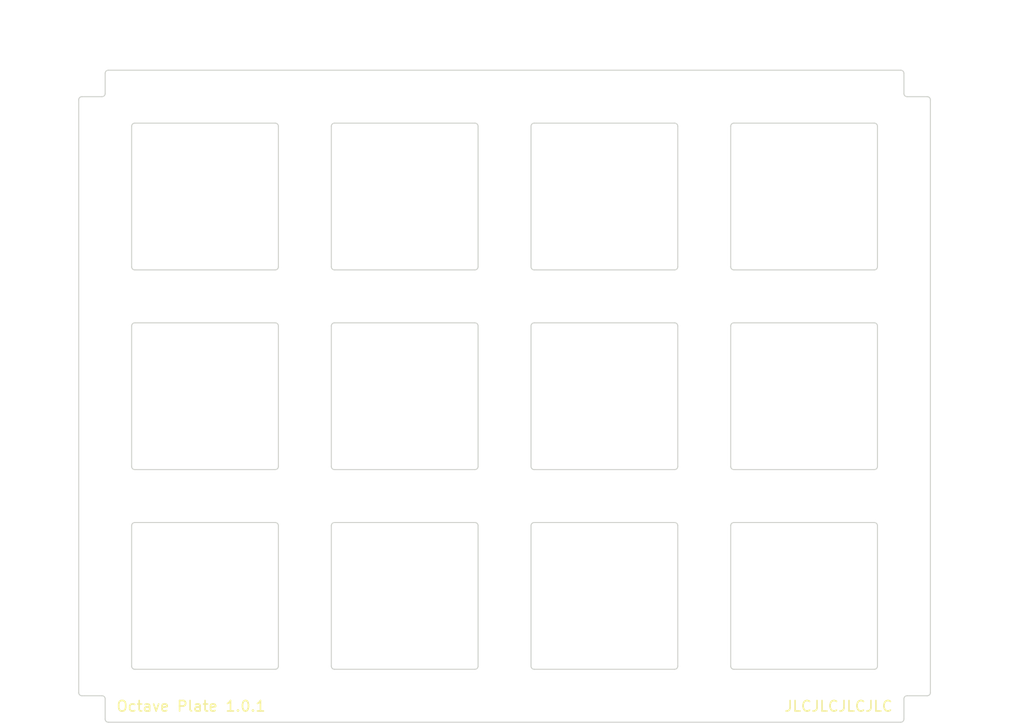
<source format=kicad_pcb>
(kicad_pcb (version 20211014) (generator pcbnew)

  (general
    (thickness 1.6)
  )

  (paper "A4")
  (title_block
    (title "Octave - Plate")
    (date "2023-01-08")
    (rev "1.0.1")
    (comment 4 "https://github.com/takayoshiotake/octave-12-key-macropad")
  )

  (layers
    (0 "F.Cu" signal)
    (31 "B.Cu" signal)
    (32 "B.Adhes" user "B.Adhesive")
    (33 "F.Adhes" user "F.Adhesive")
    (34 "B.Paste" user)
    (35 "F.Paste" user)
    (36 "B.SilkS" user "B.Silkscreen")
    (37 "F.SilkS" user "F.Silkscreen")
    (38 "B.Mask" user)
    (39 "F.Mask" user)
    (40 "Dwgs.User" user "User.Drawings")
    (41 "Cmts.User" user "User.Comments")
    (42 "Eco1.User" user "User.Eco1")
    (43 "Eco2.User" user "User.Eco2")
    (44 "Edge.Cuts" user)
    (45 "Margin" user)
    (46 "B.CrtYd" user "B.Courtyard")
    (47 "F.CrtYd" user "F.Courtyard")
    (48 "B.Fab" user)
    (49 "F.Fab" user)
    (50 "User.1" user)
    (51 "User.2" user)
    (52 "User.3" user)
    (53 "User.4" user)
    (54 "User.5" user)
    (55 "User.6" user)
    (56 "User.7" user)
    (57 "User.8" user)
    (58 "User.9" user)
  )

  (setup
    (pad_to_mask_clearance 0)
    (pcbplotparams
      (layerselection 0x00010fc_ffffffff)
      (disableapertmacros false)
      (usegerberextensions false)
      (usegerberattributes true)
      (usegerberadvancedattributes true)
      (creategerberjobfile true)
      (svguseinch false)
      (svgprecision 6)
      (excludeedgelayer true)
      (plotframeref false)
      (viasonmask false)
      (mode 1)
      (useauxorigin false)
      (hpglpennumber 1)
      (hpglpenspeed 20)
      (hpglpendiameter 15.000000)
      (dxfpolygonmode true)
      (dxfimperialunits true)
      (dxfusepcbnewfont true)
      (psnegative false)
      (psa4output false)
      (plotreference true)
      (plotvalue true)
      (plotinvisibletext false)
      (sketchpadsonfab false)
      (subtractmaskfromsilk false)
      (outputformat 1)
      (mirror false)
      (drillshape 1)
      (scaleselection 1)
      (outputdirectory "")
    )
  )

  (net 0 "")

  (gr_line (start 98.1 81.45) (end 98.1 94.85) (layer "Edge.Cuts") (width 0.1) (tstamp 02e6ba7c-0277-43e5-89cb-114e110e29c9))
  (gr_arc (start 79.35 95.15) (mid 79.137868 95.062132) (end 79.05 94.85) (layer "Edge.Cuts") (width 0.1) (tstamp 05de698b-b29d-4213-aaf3-6544caca1626))
  (gr_line (start 92.75 62.1) (end 79.35 62.1) (layer "Edge.Cuts") (width 0.1) (tstamp 0c489ed5-aa24-47b4-937a-aa9c38d805dd))
  (gr_line (start 98.4 95.15) (end 111.8 95.15) (layer "Edge.Cuts") (width 0.1) (tstamp 0cff50a6-bc33-4b43-bb94-c431606d3db6))
  (gr_line (start 130.85 62.1) (end 117.45 62.1) (layer "Edge.Cuts") (width 0.1) (tstamp 0f5cdc11-6640-4524-a77b-b00353cd4f4b))
  (gr_arc (start 117.15 62.4) (mid 117.237868 62.187868) (end 117.45 62.1) (layer "Edge.Cuts") (width 0.1) (tstamp 1480a9a3-c3c2-4fda-8038-6c56aae43ba7))
  (gr_arc (start 98.4 57.05) (mid 98.187868 56.962132) (end 98.1 56.75) (layer "Edge.Cuts") (width 0.1) (tstamp 1497658c-4fb5-43b4-ae30-9b9bc3e506de))
  (gr_arc (start 117.45 57.05) (mid 117.237868 56.962132) (end 117.15 56.75) (layer "Edge.Cuts") (width 0.1) (tstamp 16acb6fe-9c93-4a04-be05-3b452612d306))
  (gr_arc (start 93.05 75.8) (mid 92.962132 76.012132) (end 92.75 76.1) (layer "Edge.Cuts") (width 0.1) (tstamp 1fda0013-f574-4a65-aa57-f9ffd7af4c25))
  (gr_line (start 73.999999 97.375001) (end 74 40.825) (layer "Edge.Cuts") (width 0.1) (tstamp 231861cb-8489-4194-a031-40848057efe0))
  (gr_line (start 117.15 62.4) (end 117.15 75.8) (layer "Edge.Cuts") (width 0.1) (tstamp 2458a79b-9bab-4483-89bc-f608e3b2ef90))
  (gr_arc (start 136.2 43.35) (mid 136.287868 43.137868) (end 136.5 43.05) (layer "Edge.Cuts") (width 0.1) (tstamp 27ae7bb7-79c9-4ec7-94e4-30ebd7be8a24))
  (gr_line (start 76.524999 99.900001) (end 76.524999 97.975001) (layer "Edge.Cuts") (width 0.1) (tstamp 2aa67ffd-8855-4057-85cc-e46d0b1d997f))
  (gr_line (start 98.1 43.35) (end 98.1 56.75) (layer "Edge.Cuts") (width 0.1) (tstamp 2e0026d0-6e9b-4406-959c-b8a22e3da118))
  (gr_arc (start 149.9 81.15) (mid 150.112132 81.237868) (end 150.2 81.45) (layer "Edge.Cuts") (width 0.1) (tstamp 30b4d475-22f6-49e8-a395-6eaa9e98119b))
  (gr_line (start 111.8 62.1) (end 98.4 62.1) (layer "Edge.Cuts") (width 0.1) (tstamp 35478b99-eed0-49ca-933a-16d53aa31e97))
  (gr_arc (start 98.1 62.4) (mid 98.187868 62.187868) (end 98.4 62.1) (layer "Edge.Cuts") (width 0.1) (tstamp 3a7d9519-c133-49b0-adcc-fe370e6f5ee2))
  (gr_arc (start 112.1 56.75) (mid 112.012132 56.962132) (end 111.8 57.05) (layer "Edge.Cuts") (width 0.1) (tstamp 3b245806-c945-42c6-8ad8-0273071d24c0))
  (gr_line (start 136.5 76.1) (end 149.9 76.1) (layer "Edge.Cuts") (width 0.1) (tstamp 3b8d8c53-65b8-4e62-b790-9c9ecaaa2fbc))
  (gr_arc (start 79.05 43.35) (mid 79.137868 43.137868) (end 79.35 43.05) (layer "Edge.Cuts") (width 0.1) (tstamp 3f3de678-126f-48f3-83bd-3e97741caa7c))
  (gr_line (start 136.2 43.35) (end 136.2 56.75) (layer "Edge.Cuts") (width 0.1) (tstamp 498c0a0a-a367-4ad4-adfd-07c0fec0acb6))
  (gr_arc (start 111.8 43.05) (mid 112.012132 43.137868) (end 112.1 43.35) (layer "Edge.Cuts") (width 0.1) (tstamp 4cf58cd8-d66c-4bdd-8125-60b2e69dbc71))
  (gr_line (start 136.5 57.05) (end 149.9 57.05) (layer "Edge.Cuts") (width 0.1) (tstamp 4d2b428b-6b2e-4119-9315-5b9d8498bcff))
  (gr_arc (start 152.425001 37.999999) (mid 152.637133 38.087867) (end 152.725001 38.299999) (layer "Edge.Cuts") (width 0.1) (tstamp 4e32d503-2d38-49cf-8655-01cf3380ab2b))
  (gr_arc (start 149.9 43.05) (mid 150.112132 43.137868) (end 150.2 43.35) (layer "Edge.Cuts") (width 0.1) (tstamp 502492d6-a8b7-4b09-9d92-cb8a697aa10e))
  (gr_arc (start 79.05 81.45) (mid 79.137868 81.237868) (end 79.35 81.15) (layer "Edge.Cuts") (width 0.1) (tstamp 53f5dc5a-c377-4c1c-9cc1-81ed53040f87))
  (gr_arc (start 93.05 56.75) (mid 92.962132 56.962132) (end 92.75 57.05) (layer "Edge.Cuts") (width 0.1) (tstamp 54c4e033-5aae-4f2f-a77b-fd85e3518acc))
  (gr_line (start 111.8 81.15) (end 98.4 81.15) (layer "Edge.Cuts") (width 0.1) (tstamp 56ae50b2-b2b6-46e3-82ac-a6d43f211b65))
  (gr_line (start 79.35 95.15) (end 92.75 95.15) (layer "Edge.Cuts") (width 0.1) (tstamp 57f977a9-12f6-4022-8fac-ffcbbe48781e))
  (gr_line (start 79.35 76.1) (end 92.75 76.1) (layer "Edge.Cuts") (width 0.1) (tstamp 5a33611f-8c2a-4ef6-badb-6acb6acc003a))
  (gr_arc (start 92.75 62.1) (mid 92.962132 62.187868) (end 93.05 62.4) (layer "Edge.Cuts") (width 0.1) (tstamp 5a9dde1c-57da-41e0-9d21-9463e33cd0f3))
  (gr_arc (start 76.224999 97.675001) (mid 76.437131 97.762869) (end 76.524999 97.975001) (layer "Edge.Cuts") (width 0.1) (tstamp 5cc3fa75-2868-490e-ab07-a2aa26f28ee8))
  (gr_arc (start 98.1 81.45) (mid 98.187868 81.237868) (end 98.4 81.15) (layer "Edge.Cuts") (width 0.1) (tstamp 62f08cea-281c-4af3-a246-4b1a7fc6b00d))
  (gr_arc (start 98.4 95.15) (mid 98.187868 95.062132) (end 98.1 94.85) (layer "Edge.Cuts") (width 0.1) (tstamp 66ea50ad-0bcf-4532-8904-7426f43b4cbe))
  (gr_line (start 112.1 56.75) (end 112.1 43.35) (layer "Edge.Cuts") (width 0.1) (tstamp 6c12d78e-00c9-40d7-9f28-b77427cc2fc8))
  (gr_arc (start 131.15 94.85) (mid 131.062132 95.062132) (end 130.85 95.15) (layer "Edge.Cuts") (width 0.1) (tstamp 6de99912-7afe-4fd9-8cfb-4bf27c16ae93))
  (gr_line (start 93.05 94.85) (end 93.05 81.45) (layer "Edge.Cuts") (width 0.1) (tstamp 6ed6931a-1d73-45a3-b649-47dc4ee7b1e8))
  (gr_line (start 117.45 76.1) (end 130.85 76.1) (layer "Edge.Cuts") (width 0.1) (tstamp 6f61af0a-24b7-49ed-9edf-873069062204))
  (gr_arc (start 149.9 62.1) (mid 150.112132 62.187868) (end 150.2 62.4) (layer "Edge.Cuts") (width 0.1) (tstamp 714aa14b-b512-4162-b841-ae55c5816f8a))
  (gr_arc (start 131.15 56.75) (mid 131.062132 56.962132) (end 130.85 57.05) (layer "Edge.Cuts") (width 0.1) (tstamp 718cb168-53a9-4a41-92ae-25c194d7a425))
  (gr_arc (start 112.1 75.8) (mid 112.012132 76.012132) (end 111.8 76.1) (layer "Edge.Cuts") (width 0.1) (tstamp 74cc74ec-d7ed-418f-8862-d47be27d0de5))
  (gr_line (start 76.825 38) (end 152.425001 37.999999) (layer "Edge.Cuts") (width 0.1) (tstamp 7702518d-cfff-4429-b77b-f0a558521c22))
  (gr_line (start 136.2 62.4) (end 136.2 75.8) (layer "Edge.Cuts") (width 0.1) (tstamp 7837896d-682e-4118-8800-06cffc472b3b))
  (gr_line (start 150.2 75.8) (end 150.2 62.4) (layer "Edge.Cuts") (width 0.1) (tstamp 79dfd531-aa28-45a0-8bef-38a861270d5e))
  (gr_arc (start 130.85 43.05) (mid 131.062132 43.137868) (end 131.15 43.35) (layer "Edge.Cuts") (width 0.1) (tstamp 7c03a90b-e4ac-4333-a922-b453f125d95a))
  (gr_arc (start 111.8 62.1) (mid 112.012132 62.187868) (end 112.1 62.4) (layer "Edge.Cuts") (width 0.1) (tstamp 7c1d6588-5099-4127-ab9e-3b7f6632ce54))
  (gr_line (start 76.824999 100.200001) (end 152.425001 100.200001) (layer "Edge.Cuts") (width 0.1) (tstamp 81839ce9-ecec-405f-846c-32a3b618a13f))
  (gr_line (start 149.9 43.05) (end 136.5 43.05) (layer "Edge.Cuts") (width 0.1) (tstamp 82f0dc46-dbda-4b17-8f6c-0b4d39a01536))
  (gr_arc (start 136.2 81.45) (mid 136.287868 81.237868) (end 136.5 81.15) (layer "Edge.Cuts") (width 0.1) (tstamp 8340aee0-0b1e-43c7-8742-2b65859d6564))
  (gr_arc (start 136.5 76.1) (mid 136.287868 76.012132) (end 136.2 75.8) (layer "Edge.Cuts") (width 0.1) (tstamp 83dea7e3-60f9-4756-ad91-ee7bf2f170fd))
  (gr_line (start 93.05 56.75) (end 93.05 43.35) (layer "Edge.Cuts") (width 0.1) (tstamp 87bc0137-cfa3-4855-aeb1-c59dcdeaf0e7))
  (gr_line (start 136.5 95.15) (end 149.9 95.15) (layer "Edge.Cuts") (width 0.1) (tstamp 8974dde8-d726-4b9d-aebe-5c225abfd589))
  (gr_line (start 117.45 95.15) (end 130.85 95.15) (layer "Edge.Cuts") (width 0.1) (tstamp 8b9fec4c-fe0b-42db-9878-619dbb2e8ec2))
  (gr_arc (start 155.250001 97.375001) (mid 155.162133 97.587133) (end 154.950001 97.675001) (layer "Edge.Cuts") (width 0.1) (tstamp 8cdcf1da-5dcd-4fc6-8073-9a2158952fbf))
  (gr_line (start 154.950001 40.524999) (end 153.025001 40.524999) (layer "Edge.Cuts") (width 0.1) (tstamp 90fc7d49-1338-4002-a89e-9f0d684c9b07))
  (gr_arc (start 154.950001 40.524999) (mid 155.162133 40.612867) (end 155.250001 40.824999) (layer "Edge.Cuts") (width 0.1) (tstamp 91c4ee50-ca48-44dc-bd0a-6211d834834e))
  (gr_line (start 117.45 57.05) (end 130.85 57.05) (layer "Edge.Cuts") (width 0.1) (tstamp 91d2f8b5-9529-42e3-b479-f230114ba651))
  (gr_arc (start 130.85 81.15) (mid 131.062132 81.237868) (end 131.15 81.45) (layer "Edge.Cuts") (width 0.1) (tstamp 92a45f74-9576-441f-b7dd-64620475bc95))
  (gr_arc (start 136.5 95.15) (mid 136.287868 95.062132) (end 136.2 94.85) (layer "Edge.Cuts") (width 0.1) (tstamp 9317ec2b-c1df-4bdb-9565-0718405e628c))
  (gr_arc (start 117.45 76.1) (mid 117.237868 76.012132) (end 117.15 75.8) (layer "Edge.Cuts") (width 0.1) (tstamp 93fd81da-48c6-4b5e-b104-5a24de608679))
  (gr_arc (start 150.2 56.75) (mid 150.112132 56.962132) (end 149.9 57.05) (layer "Edge.Cuts") (width 0.1) (tstamp 95895501-0eed-462e-9d4a-842ab4ab5065))
  (gr_line (start 79.05 81.45) (end 79.05 94.85) (layer "Edge.Cuts") (width 0.1) (tstamp 9727b85b-b090-4866-90bb-b353c117d263))
  (gr_line (start 112.1 75.8) (end 112.1 62.4) (layer "Edge.Cuts") (width 0.1) (tstamp 9a2c1d1c-d354-4117-8f7c-b3c76109e073))
  (gr_arc (start 117.15 81.45) (mid 117.237868 81.237868) (end 117.45 81.15) (layer "Edge.Cuts") (width 0.1) (tstamp 9b1d1f59-781b-4a9b-9f17-d2d96cbe092d))
  (gr_line (start 149.9 62.1) (end 136.5 62.1) (layer "Edge.Cuts") (width 0.1) (tstamp 9e06b5ff-f58c-462b-80fb-0a5e8f51a6ee))
  (gr_line (start 152.725001 99.900001) (end 152.725001 97.975001) (layer "Edge.Cuts") (width 0.1) (tstamp 9faa051c-3562-42af-8fb8-ffb8ac038cd9))
  (gr_line (start 98.1 62.4) (end 98.1 75.8) (layer "Edge.Cuts") (width 0.1) (tstamp a1e6d27d-08c6-45ea-981e-91bc95a0226e))
  (gr_line (start 155.250001 97.375001) (end 155.250001 40.824999) (layer "Edge.Cuts") (width 0.1) (tstamp a2becb9f-0860-4b86-bfec-403f41ef3817))
  (gr_line (start 92.75 43.05) (end 79.35 43.05) (layer "Edge.Cuts") (width 0.1) (tstamp a66bb6d8-7f3d-4a6d-95da-d0142bf1b834))
  (gr_arc (start 117.15 43.35) (mid 117.237868 43.137868) (end 117.45 43.05) (layer "Edge.Cuts") (width 0.1) (tstamp a6df6998-c2d3-49c6-96e1-1282b063ab59))
  (gr_line (start 131.15 75.8) (end 131.15 62.4) (layer "Edge.Cuts") (width 0.1) (tstamp a80bdcfa-291d-4001-a689-ad581dc4fe8c))
  (gr_line (start 74.299999 97.675001) (end 76.224999 97.675001) (layer "Edge.Cuts") (width 0.1) (tstamp a99ec14f-17ac-4ff7-bc0a-a765a9374cce))
  (gr_line (start 150.2 94.85) (end 150.2 81.45) (layer "Edge.Cuts") (width 0.1) (tstamp ab456d68-a142-47e2-9715-507fda10964b))
  (gr_arc (start 79.35 76.1) (mid 79.137868 76.012132) (end 79.05 75.8) (layer "Edge.Cuts") (width 0.1) (tstamp acbf08a1-2e8a-4a35-98e9-96af56f1c8bb))
  (gr_arc (start 79.35 57.05) (mid 79.137868 56.962132) (end 79.05 56.75) (layer "Edge.Cuts") (width 0.1) (tstamp ad4ec1e2-340d-4188-9f58-126e8934cf24))
  (gr_line (start 98.4 57.05) (end 111.8 57.05) (layer "Edge.Cuts") (width 0.1) (tstamp af414215-6dee-4755-aa42-f53370c95cbd))
  (gr_line (start 74.3 40.525) (end 76.225 40.525) (layer "Edge.Cuts") (width 0.1) (tstamp b0e1ba30-3d47-4cfc-b463-17bf7eb4384b))
  (gr_line (start 131.15 94.85) (end 131.15 81.45) (layer "Edge.Cuts") (width 0.1) (tstamp b6bfd368-ffce-4f6d-ab81-0777cc421d48))
  (gr_arc (start 153.025001 40.524999) (mid 152.812869 40.437131) (end 152.725001 40.224999) (layer "Edge.Cuts") (width 0.1) (tstamp b8489324-d664-49a0-a79c-28cf0b94d4f2))
  (gr_line (start 79.35 57.05) (end 92.75 57.05) (layer "Edge.Cuts") (width 0.1) (tstamp bb42c9d1-6205-4a15-9e2b-093460c98023))
  (gr_line (start 130.85 81.15) (end 117.45 81.15) (layer "Edge.Cuts") (width 0.1) (tstamp c03f52ea-1241-45aa-b160-9c3e2867c40c))
  (gr_arc (start 76.824999 100.200001) (mid 76.612867 100.112133) (end 76.524999 99.900001) (layer "Edge.Cuts") (width 0.1) (tstamp c4e8afcf-c65c-4850-8409-fb0558fa1682))
  (gr_line (start 150.2 56.75) (end 150.2 43.35) (layer "Edge.Cuts") (width 0.1) (tstamp c77309a3-1add-4e78-9941-4f2cc436e904))
  (gr_arc (start 152.725001 97.975001) (mid 152.812869 97.762869) (end 153.025001 97.675001) (layer "Edge.Cuts") (width 0.1) (tstamp c8f88b38-398c-4a2c-b17a-10daddeb0cfa))
  (gr_arc (start 131.15 75.8) (mid 131.062132 76.012132) (end 130.85 76.1) (layer "Edge.Cuts") (width 0.1) (tstamp ca052531-6339-4a84-ac21-a2fb41955e6b))
  (gr_arc (start 76.525 40.225) (mid 76.437132 40.437132) (end 76.225 40.525) (layer "Edge.Cuts") (width 0.1) (tstamp caaac10f-fff3-4567-8b4f-23e44ea7421b))
  (gr_arc (start 150.2 75.8) (mid 150.112132 76.012132) (end 149.9 76.1) (layer "Edge.Cuts") (width 0.1) (tstamp cad75c88-1662-4ffe-80d2-7302cd92fc82))
  (gr_line (start 131.15 56.75) (end 131.15 43.35) (layer "Edge.Cuts") (width 0.1) (tstamp cbfeb664-63f2-4963-8163-3b0574a3f41e))
  (gr_arc (start 76.525 38.3) (mid 76.612868 38.087868) (end 76.825 38) (layer "Edge.Cuts") (width 0.1) (tstamp cdf69da0-bf1d-48b6-92e4-7b762bd4454d))
  (gr_line (start 130.85 43.05) (end 117.45 43.05) (layer "Edge.Cuts") (width 0.1) (tstamp cfa9a85f-0ead-458f-9a91-f80b80dc0375))
  (gr_line (start 136.2 81.45) (end 136.2 94.85) (layer "Edge.Cuts") (width 0.1) (tstamp d14b5204-641f-4ec7-8acf-8531a70fdbe0))
  (gr_arc (start 98.4 76.1) (mid 98.187868 76.012132) (end 98.1 75.8) (layer "Edge.Cuts") (width 0.1) (tstamp d4c6a3ce-c172-47c2-a150-ed325a6f79d7))
  (gr_line (start 92.75 81.15) (end 79.35 81.15) (layer "Edge.Cuts") (width 0.1) (tstamp d682bb4d-67df-4264-853e-35a7be4e6e8e))
  (gr_line (start 76.525 38.3) (end 76.525 40.225) (layer "Edge.Cuts") (width 0.1) (tstamp d70c9649-607c-492f-b96e-fec63efe12b2))
  (gr_line (start 111.8 43.05) (end 98.4 43.05) (layer "Edge.Cuts") (width 0.1) (tstamp da2530c4-79b5-4bf5-85b9-2b3caaeaf5c9))
  (gr_line (start 152.725001 38.299999) (end 152.725001 40.224999) (layer "Edge.Cuts") (width 0.1) (tstamp dc0a6b3b-4f4b-46f7-9e56-62b0f9ec2639))
  (gr_arc (start 79.05 62.4) (mid 79.137868 62.187868) (end 79.35 62.1) (layer "Edge.Cuts") (width 0.1) (tstamp dcd759f8-58a9-4ec5-962e-e6c9b188342b))
  (gr_arc (start 74 40.825) (mid 74.087868 40.612868) (end 74.3 40.525) (layer "Edge.Cuts") (width 0.1) (tstamp dcff1695-539e-442e-afee-9485378ce13a))
  (gr_line (start 79.05 62.4) (end 79.05 75.8) (layer "Edge.Cuts") (width 0.1) (tstamp ddfc910d-5979-47a2-850f-308c33226484))
  (gr_arc (start 136.5 57.05) (mid 136.287868 56.962132) (end 136.2 56.75) (layer "Edge.Cuts") (width 0.1) (tstamp ddfe6bc0-4f4f-4def-a262-e258aa80a977))
  (gr_arc (start 111.8 81.15) (mid 112.012132 81.237868) (end 112.1 81.45) (layer "Edge.Cuts") (width 0.1) (tstamp df07d9d6-11d1-412f-9c1e-33ba3bca52d1))
  (gr_arc (start 98.1 43.35) (mid 98.187868 43.137868) (end 98.4 43.05) (layer "Edge.Cuts") (width 0.1) (tstamp df6ccf22-ffac-4a38-ad8f-04f49e8697a4))
  (gr_line (start 93.05 75.8) (end 93.05 62.4) (layer "Edge.Cuts") (width 0.1) (tstamp df84fa58-f7c1-43fa-a547-a652c12aaa57))
  (gr_arc (start 152.725001 99.900001) (mid 152.637133 100.112133) (end 152.425001 100.200001) (layer "Edge.Cuts") (width 0.1) (tstamp e68a075b-8bf6-4164-b460-8543c4815e30))
  (gr_arc (start 130.85 62.1) (mid 131.062132 62.187868) (end 131.15 62.4) (layer "Edge.Cuts") (width 0.1) (tstamp e7eb4460-d308-49bd-ac60-adbf34846eab))
  (gr_line (start 79.05 43.35) (end 79.05 56.75) (layer "Edge.Cuts") (width 0.1) (tstamp e92ed148-d831-4ee6-93c4-e593d47b2e2f))
  (gr_arc (start 93.05 94.85) (mid 92.962132 95.062132) (end 92.75 95.15) (layer "Edge.Cuts") (width 0.1) (tstamp e9a0310c-d867-4d64-aa4c-7227238d9b42))
  (gr_line (start 149.9 81.15) (end 136.5 81.15) (layer "Edge.Cuts") (width 0.1) (tstamp ea0b3bfb-bfa5-4e53-b9b4-5b17581ab7ef))
  (gr_arc (start 74.299999 97.675001) (mid 74.087867 97.587133) (end 73.999999 97.375001) (layer "Edge.Cuts") (width 0.1) (tstamp ebdd4436-4639-44c4-a36d-877699176507))
  (gr_arc (start 112.1 94.85) (mid 112.012132 95.062132) (end 111.8 95.15) (layer "Edge.Cuts") (width 0.1) (tstamp ec6dd258-9c54-4780-ac3d-ea95371b2cb0))
  (gr_line (start 98.4 76.1) (end 111.8 76.1) (layer "Edge.Cuts") (width 0.1) (tstamp f1b7da55-af3c-43c5-980c-f6424ca60f7f))
  (gr_arc (start 136.2 62.4) (mid 136.287868 62.187868) (end 136.5 62.1) (layer "Edge.Cuts") (width 0.1) (tstamp f2a88586-3184-4302-b879-350e7ceae63d))
  (gr_arc (start 150.2 94.85) (mid 150.112132 95.062132) (end 149.9 95.15) (layer "Edge.Cuts") (width 0.1) (tstamp f38d925a-160a-4b22-92c3-36bedc1edd89))
  (gr_arc (start 117.45 95.15) (mid 117.237868 95.062132) (end 117.15 94.85) (layer "Edge.Cuts") (width 0.1) (tstamp f5270064-29e2-4b82-a1d9-a3530bb8838d))
  (gr_line (start 117.15 43.35) (end 117.15 56.75) (layer "Edge.Cuts") (width 0.1) (tstamp f667af84-a132-4841-a71f-8a0fe852757b))
  (gr_arc (start 92.75 43.05) (mid 92.962132 43.137868) (end 93.05 43.35) (layer "Edge.Cuts") (width 0.1) (tstamp f7dc1e09-a0e1-4e6d-9e54-0975b557c666))
  (gr_line (start 117.15 81.45) (end 117.15 94.85) (layer "Edge.Cuts") (width 0.1) (tstamp f8bcec60-5fd2-4218-8ce8-789aae0bd9a1))
  (gr_line (start 112.1 94.85) (end 112.1 81.45) (layer "Edge.Cuts") (width 0.1) (tstamp fa0f7290-0c57-42ec-a97f-898b4c345a37))
  (gr_arc (start 92.75 81.15) (mid 92.962132 81.237868) (end 93.05 81.45) (layer "Edge.Cuts") (width 0.1) (tstamp fdb404c9-5607-4f4e-961f-aaa1814b16ca))
  (gr_line (start 154.950001 97.675001) (end 153.025001 97.675001) (layer "Edge.Cuts") (width 0.1) (tstamp ff8a3852-d9d2-49a3-b7fa-5c39697c63d2))
  (gr_rect (start 95.575 40.525) (end 114.625 59.575) (layer "F.Fab") (width 0.1) (fill none) (tstamp 0db1eaf5-5010-44fc-a4d5-224d3d02536a))
  (gr_rect (start 95.575 59.575) (end 114.625 78.625) (layer "F.Fab") (width 0.1) (fill none) (tstamp 29902c54-555d-4f3d-8424-9457e1979181))
  (gr_rect (start 133.675 78.625) (end 152.725 97.675) (layer "F.Fab") (width 0.1) (fill none) (tstamp 2ee8f6fb-ba95-46e7-aac0-264017c7b564))
  (gr_rect (start 114.625 78.625) (end 133.675 97.675) (layer "F.Fab") (width 0.1) (fill none) (tstamp 39816a05-674b-4332-a8af-39464149b188))
  (gr_rect (start 95.575 78.625) (end 114.625 97.675) (layer "F.Fab") (width 0.1) (fill none) (tstamp 41dee7bf-3e3d-45a7-961c-f54eaad7011a))
  (gr_rect (start 76.525 40.525) (end 95.575 59.575) (layer "F.Fab") (width 0.1) (fill none) (tstamp 495255cc-4ba2-4e9c-a47f-68873ed977bf))
  (gr_rect (start 133.675 40.525) (end 152.725 59.575) (layer "F.Fab") (width 0.1) (fill none) (tstamp 744ca325-0072-47d4-b749-801bb8d1a28d))
  (gr_rect (start 114.625 40.525) (end 133.675 59.575) (layer "F.Fab") (width 0.1) (fill none) (tstamp bef3bb41-5dd6-4e07-9e39-f128ef5b94e9))
  (gr_rect (start 76.525 78.625) (end 95.575 97.675) (layer "F.Fab") (width 0.1) (fill none) (tstamp cc688cd2-08ad-4256-bba2-7e9697424f84))
  (gr_rect (start 76.525 59.575) (end 95.575 78.625) (layer "F.Fab") (width 0.1) (fill none) (tstamp e9aa2fb5-2618-4199-8a86-7c2846f0622c))
  (gr_rect (start 133.675 59.575) (end 152.725 78.625) (layer "F.Fab") (width 0.1) (fill none) (tstamp edb123bb-7dba-41db-8cf8-49d551b88892))
  (gr_rect (start 114.625 59.575) (end 133.675 78.625) (layer "F.Fab") (width 0.1) (fill none) (tstamp f4077211-e2b9-4e29-b066-b7867371809f))
  (gr_text "JLCJLCJLCJLC" (at 151.725 98.675) (layer "F.SilkS") (tstamp 6b5e03a3-02b8-41ec-87d8-5f8a6766ed1b)
    (effects (font (size 1 1) (thickness 0.15)) (justify right))
  )
  (gr_text "Octave Plate 1.0.1" (at 77.525 98.675) (layer "F.SilkS") (tstamp 7f494678-85f3-4776-8c2a-3b2ff8bb2698)
    (effects (font (size 1 1) (thickness 0.15)) (justify left))
  )
  (dimension (type aligned) (layer "Cmts.User") (tstamp 3411aa83-ed36-4e61-a373-c5d0fa7de01c)
    (pts (xy 76.525 38) (xy 76.525 40.525))
    (height 4.425)
    (gr_text "2.5250 mm" (at 70.95 39.2625 90) (layer "Cmts.User") (tstamp a6a523ea-6455-4ed5-b384-734b4ef6c606)
      (effects (font (size 1 1) (thickness 0.15)))
    )
    (format (units 3) (units_format 1) (precision 4))
    (style (thickness 0.15) (arrow_length 1.27) (text_position_mode 0) (extension_height 0.58642) (extension_offset 0.5) keep_text_aligned)
  )
  (dimension (type aligned) (layer "Cmts.User") (tstamp 50b3539d-7e92-41d9-91b0-e79b7cb25691)
    (pts (xy 152.725 38) (xy 152.725 100.2))
    (height -7.675)
    (gr_text "62.2000 mm" (at 159.25 69.1 90) (layer "Cmts.User") (tstamp 50b3539d-7e92-41d9-91b0-e79b7cb25691)
      (effects (font (size 1 1) (thickness 0.15)))
    )
    (format (units 3) (units_format 1) (precision 4))
    (style (thickness 0.15) (arrow_length 1.27) (text_position_mode 0) (extension_height 0.58642) (extension_offset 0.5) keep_text_aligned)
  )
  (dimension (type aligned) (layer "Cmts.User") (tstamp b1c971a9-a5f2-485a-be8e-f874cc90aa11)
    (pts (xy 74 40.525) (xy 155.25 40.525))
    (height -7.225)
    (gr_text "81.2500 mm" (at 114.625 32.15) (layer "Cmts.User") (tstamp b1c971a9-a5f2-485a-be8e-f874cc90aa11)
      (effects (font (size 1 1) (thickness 0.15)))
    )
    (format (units 3) (units_format 1) (precision 4))
    (style (thickness 0.15) (arrow_length 1.27) (text_position_mode 0) (extension_height 0.58642) (extension_offset 0.5) keep_text_aligned)
  )

)

</source>
